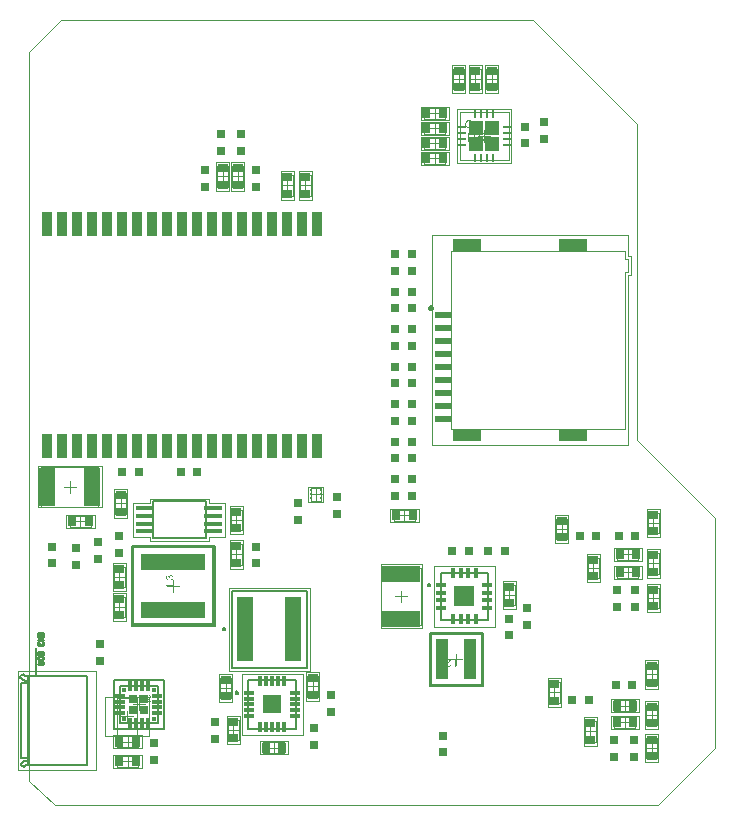
<source format=gtp>
%FSTAX23Y23*%
%MOIN*%
%SFA1B1*%

%IPPOS*%
%AMD29*
4,1,8,-0.011800,0.003000,-0.011800,-0.003000,-0.009800,-0.004900,0.009800,-0.004900,0.011800,-0.003000,0.011800,0.003000,0.009800,0.004900,-0.009800,0.004900,-0.011800,0.003000,0.0*
1,1,0.003937,-0.009800,0.003000*
1,1,0.003937,-0.009800,-0.003000*
1,1,0.003937,0.009800,-0.003000*
1,1,0.003937,0.009800,0.003000*
%
%AMD30*
4,1,8,0.003000,0.011800,-0.003000,0.011800,-0.004900,0.009800,-0.004900,-0.009800,-0.003000,-0.011800,0.003000,-0.011800,0.004900,-0.009800,0.004900,0.009800,0.003000,0.011800,0.0*
1,1,0.003937,0.003000,0.009800*
1,1,0.003937,-0.003000,0.009800*
1,1,0.003937,-0.003000,-0.009800*
1,1,0.003937,0.003000,-0.009800*
%
%AMD37*
4,1,8,0.015000,0.006300,-0.015000,0.006300,-0.016500,0.004700,-0.016500,-0.004700,-0.015000,-0.006300,0.015000,-0.006300,0.016500,-0.004700,0.016500,0.004700,0.015000,0.006300,0.0*
1,1,0.003150,0.015000,0.004700*
1,1,0.003150,-0.015000,0.004700*
1,1,0.003150,-0.015000,-0.004700*
1,1,0.003150,0.015000,-0.004700*
%
%AMD38*
4,1,8,-0.006300,0.015000,-0.006300,-0.015000,-0.004700,-0.016500,0.004700,-0.016500,0.006300,-0.015000,0.006300,0.015000,0.004700,0.016500,-0.004700,0.016500,-0.006300,0.015000,0.0*
1,1,0.003150,-0.004700,0.015000*
1,1,0.003150,-0.004700,-0.015000*
1,1,0.003150,0.004700,-0.015000*
1,1,0.003150,0.004700,0.015000*
%
%AMD41*
4,1,8,-0.026700,-0.008100,0.026700,-0.008100,0.030700,-0.004000,0.030700,0.004000,0.026700,0.008100,-0.026700,0.008100,-0.030700,0.004000,-0.030700,-0.004000,-0.026700,-0.008100,0.0*
1,1,0.008071,-0.026700,-0.004000*
1,1,0.008071,0.026700,-0.004000*
1,1,0.008071,0.026700,0.004000*
1,1,0.008071,-0.026700,0.004000*
%
%AMD43*
4,1,8,0.015600,0.005300,-0.015600,0.005300,-0.016900,0.004000,-0.016900,-0.004000,-0.015600,-0.005300,0.015600,-0.005300,0.016900,-0.004000,0.016900,0.004000,0.015600,0.005300,0.0*
1,1,0.002661,0.015600,0.004000*
1,1,0.002661,-0.015600,0.004000*
1,1,0.002661,-0.015600,-0.004000*
1,1,0.002661,0.015600,-0.004000*
%
%AMD44*
4,1,8,-0.005300,0.015600,-0.005300,-0.015600,-0.004000,-0.016900,0.004000,-0.016900,0.005300,-0.015600,0.005300,0.015600,0.004000,0.016900,-0.004000,0.016900,-0.005300,0.015600,0.0*
1,1,0.002661,-0.004000,0.015600*
1,1,0.002661,-0.004000,-0.015600*
1,1,0.002661,0.004000,-0.015600*
1,1,0.002661,0.004000,0.015600*
%
%ADD10C,0.009449*%
%ADD13C,0.007874*%
%ADD14C,0.005000*%
%ADD16C,0.004000*%
%ADD17C,0.003937*%
%ADD18C,0.010000*%
%ADD19C,0.001969*%
%ADD20R,0.045197X0.045197*%
%ADD21R,0.029527X0.029527*%
%ADD22R,0.055118X0.129921*%
%ADD23R,0.030000X0.030000*%
%ADD24R,0.035433X0.031496*%
%ADD25R,0.030000X0.030000*%
%ADD26R,0.031496X0.035433*%
%ADD27R,0.055118X0.024409*%
%ADD28R,0.094488X0.043307*%
G04~CAMADD=29~8~0.0~0.0~98.4~236.2~19.7~0.0~15~0.0~0.0~0.0~0.0~0~0.0~0.0~0.0~0.0~0~0.0~0.0~0.0~90.0~236.0~98.0*
%ADD29D29*%
G04~CAMADD=30~8~0.0~0.0~98.4~236.2~19.7~0.0~15~0.0~0.0~0.0~0.0~0~0.0~0.0~0.0~0.0~0~0.0~0.0~0.0~0.0~98.4~236.2*
%ADD30D30*%
%ADD31R,0.007874X0.007874*%
%ADD32R,0.035433X0.011811*%
%ADD33R,0.011811X0.035433*%
%ADD34R,0.011811X0.011811*%
%ADD35R,0.056299X0.216535*%
%ADD36R,0.129921X0.055118*%
G04~CAMADD=37~8~0.0~0.0~330.7~126.0~15.7~0.0~15~0.0~0.0~0.0~0.0~0~0.0~0.0~0.0~0.0~0~0.0~0.0~0.0~0.0~330.7~126.0*
%ADD37D37*%
G04~CAMADD=38~8~0.0~0.0~330.7~126.0~15.7~0.0~15~0.0~0.0~0.0~0.0~0~0.0~0.0~0.0~0.0~0~0.0~0.0~0.0~90.0~126.0~331.0*
%ADD38D38*%
%ADD39R,0.038583X0.133858*%
%ADD40R,0.216535X0.056299*%
G04~CAMADD=41~8~0.0~0.0~614.2~161.4~40.4~0.0~15~0.0~0.0~0.0~0.0~0~0.0~0.0~0.0~0.0~0~0.0~0.0~0.0~180.0~614.0~162.0*
%ADD41D41*%
%ADD42R,0.060630X0.060630*%
G04~CAMADD=43~8~0.0~0.0~338.6~106.3~13.3~0.0~15~0.0~0.0~0.0~0.0~0~0.0~0.0~0.0~0.0~0~0.0~0.0~0.0~0.0~338.6~106.3*
%ADD43D43*%
G04~CAMADD=44~8~0.0~0.0~338.6~106.3~13.3~0.0~15~0.0~0.0~0.0~0.0~0~0.0~0.0~0.0~0.0~0~0.0~0.0~0.0~90.0~106.0~338.0*
%ADD44D44*%
%ADD45R,0.035433X0.078740*%
%LNsolears_v1-1*%
%LPD*%
G36*
X01473Y01765D02*
X01473Y01765D01*
X01473Y01765*
X01474Y01765*
X01474Y01765*
X01475Y01764*
X01475Y01764*
X01476Y01764*
X01476Y01764*
X01477Y01763*
X01477Y01763*
X01478Y01763*
X01478Y01762*
X01478Y01762*
X01478Y01762*
X01478Y01762*
X01478Y01762*
X01478Y01762*
X01479Y01761*
X01479Y01761*
X01479Y0176*
X01479Y0176*
X01479Y01759*
X0148Y01759*
X0148Y01758*
X0148Y01758*
X0148Y01757*
X0148Y01756*
Y01756*
X0148Y01756*
X0148Y01756*
X0148Y01755*
X0148Y01755*
X0148Y01755*
X01479Y01754*
X01479Y01753*
X01479Y01752*
X01479Y01752*
X01478Y01751*
X01478Y01751*
X01478Y01751*
X01478Y01751*
X01478Y01751*
X01478Y01751*
X01477Y0175*
X01477Y0175*
X01477Y0175*
X01477Y0175*
X01476Y0175*
X01476Y01749*
X01475Y01749*
X01474Y01749*
X01473Y01749*
X01473Y01748*
X01472Y01752*
X01472*
X01473Y01752*
X01473Y01752*
X01473Y01752*
X01473Y01752*
X01473Y01752*
X01474Y01752*
X01475Y01752*
X01475Y01753*
X01476Y01753*
X01476Y01753*
X01476Y01753*
X01476Y01754*
X01477Y01754*
X01477Y01754*
X01477Y01755*
X01477Y01755*
X01477Y01756*
X01477Y01756*
Y01757*
X01477Y01757*
X01477Y01757*
X01477Y01758*
X01477Y01758*
X01477Y01759*
X01476Y0176*
X01476Y0176*
X01476Y0176*
X01476Y0176*
X01475Y01761*
X01475Y01761*
X01474Y01761*
X01474Y01761*
X01473Y01762*
X01472Y01762*
X01472*
X01472*
X01472*
X01472Y01762*
X01471Y01762*
X01471Y01761*
X0147Y01761*
X0147Y01761*
X01469Y01761*
X01469Y0176*
X01469Y0176*
X01468Y0176*
X01468Y0176*
X01468Y01759*
X01468Y01759*
X01467Y01758*
X01467Y01757*
X01467Y01757*
Y01756*
X01467Y01756*
X01467Y01756*
X01467Y01755*
X01467Y01755*
X01468Y01755*
X01465Y01755*
Y01755*
X01465Y01755*
Y01756*
X01465Y01756*
X01465Y01757*
X01465Y01757*
X01464Y01758*
X01464Y01758*
X01464Y01759*
Y01759*
X01464Y01759*
X01464Y01759*
X01463Y01759*
X01463Y0176*
X01463Y0176*
X01462Y0176*
X01461Y0176*
X01461Y01761*
X01461*
X01461*
X01461*
X0146*
X0146Y0176*
X0146Y0176*
X01459Y0176*
X01459Y0176*
X01458Y0176*
X01458Y01759*
X01458Y01759*
X01458Y01759*
X01458Y01759*
X01457Y01759*
X01457Y01758*
X01457Y01758*
X01457Y01757*
X01457Y01756*
Y01756*
X01457Y01756*
X01457Y01755*
X01457Y01755*
X01457Y01754*
X01458Y01754*
X01458Y01753*
X01458Y01753*
X01458Y01753*
X01458Y01753*
X01459Y01753*
X01459Y01753*
X0146Y01752*
X0146Y01752*
X01461Y01752*
X01461Y01749*
X01461*
X01461Y01749*
X0146Y01749*
X0146Y01749*
X0146Y01749*
X0146Y01749*
X01459Y01749*
X01458Y0175*
X01457Y0175*
X01457Y01751*
X01456Y01751*
X01456Y01751*
X01456Y01751*
X01456Y01752*
X01456Y01752*
X01456Y01752*
X01455Y01752*
X01455Y01752*
X01455Y01753*
X01455Y01753*
X01454Y01754*
X01454Y01755*
X01454Y01756*
Y01757*
X01454Y01757*
X01454Y01758*
X01454Y01758*
X01455Y01759*
X01455Y01759*
X01455Y0176*
Y0176*
X01455Y0176*
X01455Y0176*
X01455Y01761*
X01456Y01761*
X01456Y01762*
X01456Y01762*
X01457Y01762*
X01458Y01763*
X01458Y01763*
X01458Y01763*
X01458Y01763*
X01458Y01763*
X01459Y01763*
X0146Y01764*
X0146Y01764*
X01461Y01764*
X01461*
X01461*
X01461Y01764*
X01462Y01764*
X01462Y01763*
X01463Y01763*
X01463Y01763*
X01464Y01763*
X01464Y01763*
X01464Y01763*
X01464Y01762*
X01465Y01762*
X01465Y01762*
X01465Y01761*
X01466Y01761*
X01466Y0176*
Y0176*
X01466Y0176*
X01466Y0176*
X01466Y01761*
X01466Y01761*
X01466Y01761*
X01467Y01762*
X01467Y01763*
X01467Y01763*
X01468Y01764*
X01468Y01764*
X01468Y01764*
X01469Y01764*
X01469Y01764*
X0147Y01765*
X0147Y01765*
X01471Y01765*
X01472Y01765*
X01472*
X01472*
X01472*
X01473Y01765*
G37*
G36*
X0148Y0173D02*
X01454D01*
Y01733*
X01477*
Y01746*
X0148*
Y0173*
G37*
G36*
X02483Y01661D02*
X02416D01*
Y01728*
X02483*
Y01661*
G37*
G36*
X02423Y01459D02*
X02419D01*
Y01482*
X02407*
Y01485*
X02423*
Y01459*
G37*
G36*
X02405Y01484D02*
Y01484D01*
Y01484*
X02405Y01484*
X02405Y01483*
X02405Y01483*
X02405Y01483*
X02404Y01482*
Y01482*
X02404Y01482*
X02404Y01482*
X02404Y01482*
X02404Y01481*
X02404Y01481*
X02403Y0148*
X02403Y0148*
X02402Y01479*
Y01479*
X02402Y01479*
X02402Y01479*
X02402Y01478*
X02401Y01478*
X02401Y01477*
X024Y01477*
X02399Y01476*
X02398Y01475*
X02398Y01475*
X02398Y01475*
X02398Y01475*
X02398Y01475*
X02397Y01474*
X02397Y01474*
X02397Y01474*
X02396Y01473*
X02395Y01472*
X02394Y01472*
X02394Y01471*
X02393Y01471*
X02393Y0147*
X02393Y0147*
Y0147*
X02393Y0147*
X02393Y0147*
X02393Y0147*
X02392Y01469*
X02392Y01469*
X02392Y01468*
X02392Y01467*
X02391Y01467*
X02391Y01466*
Y01466*
Y01466*
X02391Y01466*
X02391Y01465*
X02392Y01465*
X02392Y01465*
X02392Y01464*
X02392Y01464*
X02393Y01463*
X02393Y01463*
X02393Y01463*
X02393Y01463*
X02394Y01462*
X02394Y01462*
X02395Y01462*
X02395Y01462*
X02396Y01462*
X02396*
X02396Y01462*
X02397Y01462*
X02397Y01462*
X02398Y01462*
X02399Y01462*
X02399Y01463*
X024Y01463*
X024Y01463*
X024Y01463*
X024Y01464*
X024Y01464*
X02401Y01465*
X02401Y01465*
X02401Y01466*
X02401Y01467*
X02404Y01466*
Y01466*
X02404Y01466*
Y01466*
X02404Y01466*
X02404Y01466*
X02404Y01465*
X02404Y01465*
X02404Y01464*
X02404Y01464*
X02403Y01463*
X02403Y01462*
X02403Y01462*
X02402Y01461*
X02402Y01461*
X02402Y01461*
X02402Y01461*
X02402Y01461*
X02401Y01461*
X02401Y01461*
X02401Y01461*
X02401Y0146*
X024Y0146*
X024Y0146*
X02399Y0146*
X02399Y0146*
X02398Y01459*
X02398Y01459*
X02397Y01459*
X02397Y01459*
X02396Y01459*
X02396*
X02395Y01459*
X02395Y01459*
X02395Y01459*
X02394Y01459*
X02394Y01459*
X02393Y0146*
X02392Y0146*
X02392Y0146*
X02391Y01461*
X02391Y01461*
X0239Y01461*
X0239Y01461*
X0239Y01461*
X0239Y01461*
X0239Y01462*
X0239Y01462*
X0239Y01462*
X02389Y01462*
X02389Y01463*
X02389Y01463*
X02388Y01464*
X02388Y01465*
X02388Y01465*
X02388Y01466*
X02388Y01466*
Y01466*
Y01466*
X02388Y01467*
X02388Y01467*
X02388Y01468*
X02388Y01468*
X02389Y01469*
X02389Y01469*
X02389Y01469*
X02389Y01469*
X02389Y0147*
X02389Y0147*
X0239Y01471*
X0239Y01471*
X0239Y01472*
X02391Y01472*
X02391Y01472*
X02391Y01473*
X02391Y01473*
X02392Y01473*
X02392Y01473*
X02392Y01473*
X02392Y01474*
X02393Y01474*
X02393Y01474*
X02393Y01475*
X02394Y01475*
X02394Y01476*
X02395Y01476*
X02396Y01477*
X02396Y01477*
X02396Y01477*
X02396Y01477*
X02396Y01477*
X02396Y01477*
X02397Y01477*
X02397Y01478*
X02398Y01478*
X02398Y01479*
X02399Y0148*
X02399Y0148*
X02399Y0148*
X02399Y0148*
X02399Y0148*
X024Y0148*
X024Y0148*
X024Y01481*
X024Y01481*
X02401Y01482*
X02388*
Y01485*
X02405*
Y01484*
G37*
G36*
X01384Y01353D02*
Y01353D01*
Y01352*
Y01352*
Y01352*
X01384Y01352*
Y01351*
X01384Y01351*
X01384Y0135*
X01384Y01349*
X01384Y01348*
X01384Y01347*
X01384Y01347*
X01383Y01346*
Y01346*
X01383Y01346*
X01383Y01346*
X01383Y01346*
X01383Y01346*
X01383Y01345*
X01382Y01345*
X01382Y01344*
X01381Y01343*
X0138Y01343*
X0138*
X0138Y01343*
X0138Y01343*
X0138Y01343*
X0138Y01343*
X01379Y01342*
X01379Y01342*
X01379Y01342*
X01378Y01342*
X01378Y01342*
X01377Y01342*
X01377Y01342*
X01376Y01342*
X01376Y01342*
X01374Y01341*
X01374*
X01374Y01342*
X01374*
X01373Y01342*
X01373Y01342*
X01372Y01342*
X01371Y01342*
X01371Y01342*
X0137Y01342*
X01369Y01343*
X01369*
X01369Y01343*
X01368Y01343*
X01368Y01343*
X01368Y01343*
X01367Y01344*
X01367Y01344*
X01366Y01345*
X01366Y01345*
X01365Y01346*
Y01346*
X01365Y01346*
X01365Y01346*
X01365Y01347*
X01365Y01347*
X01365Y01347*
X01365Y01347*
X01365Y01348*
X01365Y01348*
X01365Y01349*
X01365Y01349*
X01365Y0135*
X01365Y0135*
X01365Y01351*
X01365Y01352*
Y01353*
Y01367*
X01368*
Y01353*
Y01353*
Y01352*
Y01352*
Y01352*
X01368Y01352*
Y01351*
X01368Y01351*
X01368Y0135*
X01368Y01349*
X01368Y01348*
X01368Y01348*
X01368Y01348*
X01368Y01348*
X01369Y01347*
X01369Y01347*
X01369Y01347*
X01369Y01346*
X0137Y01346*
X0137Y01346*
X01371Y01345*
X01371Y01345*
X01371Y01345*
X01371Y01345*
X01372Y01345*
X01372Y01345*
X01373Y01345*
X01373Y01345*
X01374Y01344*
X01375*
X01375Y01345*
X01375*
X01375Y01345*
X01376Y01345*
X01377Y01345*
X01378Y01345*
X01379Y01346*
X01379Y01346*
X01379Y01346*
X01379Y01346*
X01379Y01346*
X0138Y01346*
X0138Y01346*
X0138Y01347*
X0138Y01347*
X0138Y01347*
X0138Y01348*
X0138Y01348*
X0138Y01348*
X01381Y01349*
X01381Y0135*
X01381Y0135*
X01381Y01351*
X01381Y01352*
Y01353*
Y01367*
X01384*
Y01353*
G37*
G36*
X01398Y01367D02*
X01398Y01367D01*
X01398Y01367*
X01399Y01367*
X01399Y01367*
X014Y01367*
X01401Y01366*
X01401Y01366*
X01402Y01366*
X01402Y01366*
X01403Y01365*
X01403Y01365*
X01403Y01365*
X01403Y01365*
X01403Y01365*
X01403Y01365*
X01403Y01364*
X01404Y01364*
X01404Y01364*
X01404Y01363*
X01405Y01362*
X01405Y01362*
X01405Y01361*
X01405Y01361*
X01405Y0136*
Y0136*
Y0136*
X01405Y0136*
X01405Y01359*
X01405Y01359*
X01405Y01358*
X01404Y01358*
X01404Y01357*
X01404Y01357*
X01404Y01357*
X01404Y01357*
X01404Y01356*
X01403Y01356*
X01403Y01355*
X01403Y01355*
X01402Y01354*
X01402Y01354*
X01402Y01354*
X01402Y01354*
X01401Y01353*
X01401Y01353*
X01401Y01353*
X01401Y01353*
X014Y01352*
X014Y01352*
X014Y01352*
X01399Y01351*
X01399Y01351*
X01398Y0135*
X01397Y0135*
X01397Y0135*
X01397Y0135*
X01397Y0135*
X01397Y01349*
X01397Y01349*
X01396Y01349*
X01396Y01348*
X01395Y01348*
X01395Y01347*
X01394Y01347*
X01394Y01347*
X01394Y01347*
X01394Y01346*
X01394Y01346*
X01393Y01346*
X01393Y01346*
X01393Y01346*
X01393Y01346*
X01392Y01345*
X01405*
Y01342*
X01388*
Y01342*
Y01342*
Y01342*
X01388Y01343*
X01388Y01343*
X01388Y01343*
X01388Y01344*
X01389Y01344*
Y01344*
X01389Y01344*
X01389Y01344*
X01389Y01345*
X01389Y01345*
X01389Y01346*
X0139Y01346*
X0139Y01347*
X01391Y01347*
Y01347*
X01391Y01347*
X01391Y01348*
X01391Y01348*
X01392Y01349*
X01392Y01349*
X01393Y0135*
X01394Y0135*
X01395Y01351*
X01395Y01351*
X01395Y01351*
X01395Y01352*
X01395Y01352*
X01396Y01352*
X01396Y01352*
X01396Y01353*
X01397Y01353*
X01398Y01354*
X01399Y01355*
X01399Y01355*
X014Y01356*
X014Y01356*
X014Y01357*
Y01357*
X014Y01357*
X014Y01357*
X014Y01357*
X01401Y01357*
X01401Y01358*
X01401Y01358*
X01401Y01359*
X01402Y0136*
X01402Y0136*
Y0136*
Y0136*
X01402Y01361*
X01402Y01361*
X01401Y01361*
X01401Y01362*
X01401Y01362*
X01401Y01363*
X014Y01363*
X014Y01363*
X014Y01364*
X014Y01364*
X01399Y01364*
X01399Y01364*
X01398Y01364*
X01398Y01365*
X01397Y01365*
X01397*
X01396Y01365*
X01396Y01365*
X01396Y01364*
X01395Y01364*
X01394Y01364*
X01394Y01364*
X01393Y01363*
X01393Y01363*
X01393Y01363*
X01393Y01363*
X01393Y01362*
X01392Y01362*
X01392Y01361*
X01392Y0136*
X01392Y0136*
X01389Y0136*
Y0136*
X01389Y0136*
Y0136*
X01389Y01361*
X01389Y01361*
X01389Y01361*
X01389Y01362*
X01389Y01362*
X01389Y01363*
X0139Y01364*
X0139Y01364*
X0139Y01365*
X01391Y01365*
X01391Y01365*
X01391Y01365*
X01391Y01365*
X01391Y01366*
X01392Y01366*
X01392Y01366*
X01392Y01366*
X01392Y01366*
X01393Y01366*
X01393Y01366*
X01394Y01367*
X01394Y01367*
X01395Y01367*
X01395Y01367*
X01396Y01367*
X01396Y01367*
X01397Y01367*
X01397*
X01398Y01367*
G37*
G54D10*
X02342Y02657D02*
D01*
X02342Y02657*
X02342Y02657*
X02342Y02658*
X02342Y02658*
X02342Y02658*
X02342Y02659*
X02342Y02659*
X02341Y02659*
X02341Y02659*
X02341Y0266*
X02341Y0266*
X02341Y0266*
X0234Y0266*
X0234Y02661*
X0234Y02661*
X02339Y02661*
X02339Y02661*
X02339Y02661*
X02339Y02661*
X02338Y02661*
X02338Y02661*
X02338Y02661*
X02337*
X02337Y02661*
X02337Y02661*
X02336Y02661*
X02336Y02661*
X02336Y02661*
X02335Y02661*
X02335Y02661*
X02335Y02661*
X02334Y0266*
X02334Y0266*
X02334Y0266*
X02334Y0266*
X02334Y02659*
X02333Y02659*
X02333Y02659*
X02333Y02659*
X02333Y02658*
X02333Y02658*
X02333Y02658*
X02333Y02657*
X02333Y02657*
X02333Y02657*
X02333Y02656*
X02333Y02656*
X02333Y02656*
X02333Y02655*
X02333Y02655*
X02333Y02655*
X02333Y02654*
X02333Y02654*
X02334Y02654*
X02334Y02654*
X02334Y02653*
X02334Y02653*
X02334Y02653*
X02335Y02653*
X02335Y02653*
X02335Y02652*
X02336Y02652*
X02336Y02652*
X02336Y02652*
X02337Y02652*
X02337Y02652*
X02337Y02652*
X02338*
X02338Y02652*
X02338Y02652*
X02339Y02652*
X02339Y02652*
X02339Y02652*
X02339Y02652*
X0234Y02653*
X0234Y02653*
X0234Y02653*
X02341Y02653*
X02341Y02653*
X02341Y02654*
X02341Y02654*
X02341Y02654*
X02342Y02654*
X02342Y02655*
X02342Y02655*
X02342Y02655*
X02342Y02656*
X02342Y02656*
X02342Y02656*
X02342Y02657*
G54D13*
X01302Y01397D02*
X01427D01*
Y01272D02*
Y01397D01*
X01302Y01272D02*
X01427D01*
X01302D02*
Y01397D01*
X02338Y014D02*
X02507D01*
X02338D02*
Y01569D01*
X02507*
Y014D02*
Y01569D01*
X01346Y01601D02*
Y01859D01*
X01613*
Y01601D02*
Y01859D01*
X01346Y01601D02*
X01613D01*
X01282Y01417D02*
X01447D01*
Y01252D02*
Y01417D01*
X01282Y01252D02*
X01447D01*
X01282D02*
Y01417D01*
X02334Y01396D02*
X02511D01*
X02334D02*
Y01573D01*
X02511*
Y01396D02*
Y01573D01*
X01342Y01597D02*
Y01863D01*
X01617*
Y01597D02*
Y01863D01*
X01342Y01597D02*
X01617D01*
X01282Y01417D02*
X01447D01*
Y01252D02*
Y01417D01*
X01282Y01252D02*
X01447D01*
X01282D02*
Y01417D01*
X02334Y01396D02*
X02511D01*
X02334D02*
Y01573D01*
X02511*
Y01396D02*
Y01573D01*
X01342Y01597D02*
Y01863D01*
X01617*
Y01597D02*
Y01863D01*
X01342Y01597D02*
X01617D01*
X01652Y01585D02*
D01*
X01652Y01585*
X01652Y01585*
X01652Y01585*
X01652Y01586*
X01652Y01586*
X01652Y01586*
X01651Y01586*
X01651Y01587*
X01651Y01587*
X01651Y01587*
X01651Y01587*
X01651Y01587*
X0165Y01588*
X0165Y01588*
X0165Y01588*
X0165Y01588*
X01649Y01588*
X01649Y01588*
X01649Y01588*
X01649Y01588*
X01648Y01588*
X01648Y01588*
X01648*
X01648Y01588*
X01647Y01588*
X01647Y01588*
X01647Y01588*
X01646Y01588*
X01646Y01588*
X01646Y01588*
X01646Y01588*
X01646Y01588*
X01645Y01587*
X01645Y01587*
X01645Y01587*
X01645Y01587*
X01645Y01587*
X01644Y01586*
X01644Y01586*
X01644Y01586*
X01644Y01586*
X01644Y01585*
X01644Y01585*
X01644Y01585*
X01644Y01585*
X01644Y01584*
X01644Y01584*
X01644Y01584*
X01644Y01583*
X01644Y01583*
X01644Y01583*
X01644Y01583*
X01645Y01582*
X01645Y01582*
X01645Y01582*
X01645Y01582*
X01645Y01582*
X01646Y01581*
X01646Y01581*
X01646Y01581*
X01646Y01581*
X01646Y01581*
X01647Y01581*
X01647Y01581*
X01647Y01581*
X01648Y01581*
X01648Y01581*
X01648*
X01648Y01581*
X01649Y01581*
X01649Y01581*
X01649Y01581*
X01649Y01581*
X0165Y01581*
X0165Y01581*
X0165Y01581*
X0165Y01581*
X01651Y01582*
X01651Y01582*
X01651Y01582*
X01651Y01582*
X01651Y01582*
X01651Y01583*
X01652Y01583*
X01652Y01583*
X01652Y01583*
X01652Y01584*
X01652Y01584*
X01652Y01584*
X01652Y01585*
X02336Y01733D02*
D01*
X02336Y01733*
X02336Y01733*
X02336Y01734*
X02336Y01734*
X02336Y01734*
X02336Y01734*
X02336Y01735*
X02336Y01735*
X02336Y01735*
X02335Y01735*
X02335Y01736*
X02335Y01736*
X02335Y01736*
X02335Y01736*
X02334Y01736*
X02334Y01736*
X02334Y01737*
X02334Y01737*
X02333Y01737*
X02333Y01737*
X02333Y01737*
X02333Y01737*
X02332*
X02332Y01737*
X02332Y01737*
X02331Y01737*
X02331Y01737*
X02331Y01737*
X02331Y01736*
X0233Y01736*
X0233Y01736*
X0233Y01736*
X0233Y01736*
X0233Y01736*
X02329Y01735*
X02329Y01735*
X02329Y01735*
X02329Y01735*
X02329Y01734*
X02329Y01734*
X02329Y01734*
X02329Y01734*
X02328Y01733*
X02328Y01733*
X02328Y01733*
X02328Y01733*
X02328Y01732*
X02329Y01732*
X02329Y01732*
X02329Y01732*
X02329Y01731*
X02329Y01731*
X02329Y01731*
X02329Y01731*
X02329Y0173*
X0233Y0173*
X0233Y0173*
X0233Y0173*
X0233Y0173*
X0233Y01729*
X02331Y01729*
X02331Y01729*
X02331Y01729*
X02331Y01729*
X02332Y01729*
X02332Y01729*
X02332Y01729*
X02333*
X02333Y01729*
X02333Y01729*
X02333Y01729*
X02334Y01729*
X02334Y01729*
X02334Y01729*
X02334Y01729*
X02335Y0173*
X02335Y0173*
X02335Y0173*
X02335Y0173*
X02335Y0173*
X02336Y01731*
X02336Y01731*
X02336Y01731*
X02336Y01731*
X02336Y01732*
X02336Y01732*
X02336Y01732*
X02336Y01732*
X02336Y01733*
X02336Y01733*
X01696Y01374D02*
D01*
X01696Y01374*
X01695Y01374*
X01695Y01375*
X01695Y01375*
X01695Y01375*
X01695Y01375*
X01695Y01376*
X01695Y01376*
X01695Y01376*
X01695Y01376*
X01694Y01377*
X01694Y01377*
X01694Y01377*
X01694Y01377*
X01694Y01377*
X01693Y01377*
X01693Y01378*
X01693Y01378*
X01693Y01378*
X01692Y01378*
X01692Y01378*
X01692Y01378*
X01691*
X01691Y01378*
X01691Y01378*
X01691Y01378*
X0169Y01378*
X0169Y01378*
X0169Y01377*
X0169Y01377*
X01689Y01377*
X01689Y01377*
X01689Y01377*
X01689Y01377*
X01689Y01376*
X01688Y01376*
X01688Y01376*
X01688Y01376*
X01688Y01375*
X01688Y01375*
X01688Y01375*
X01688Y01375*
X01688Y01374*
X01688Y01374*
X01688Y01374*
X01688Y01374*
X01688Y01373*
X01688Y01373*
X01688Y01373*
X01688Y01373*
X01688Y01372*
X01688Y01372*
X01688Y01372*
X01688Y01372*
X01689Y01371*
X01689Y01371*
X01689Y01371*
X01689Y01371*
X01689Y01371*
X0169Y0137*
X0169Y0137*
X0169Y0137*
X0169Y0137*
X01691Y0137*
X01691Y0137*
X01691Y0137*
X01691Y0137*
X01692*
X01692Y0137*
X01692Y0137*
X01693Y0137*
X01693Y0137*
X01693Y0137*
X01693Y0137*
X01694Y0137*
X01694Y01371*
X01694Y01371*
X01694Y01371*
X01694Y01371*
X01695Y01371*
X01695Y01372*
X01695Y01372*
X01695Y01372*
X01695Y01372*
X01695Y01373*
X01695Y01373*
X01695Y01373*
X01695Y01373*
X01696Y01374*
X01696Y01374*
G54D14*
X00997Y01131D02*
D01*
X00996Y01131*
X00995Y01132*
X00994Y01132*
X00993Y01132*
X00993Y01132*
X00992Y01132*
X00991Y01132*
X0099Y01132*
X00989Y01132*
X00989Y01132*
X00988Y01132*
X00987Y01132*
X00986Y01131*
X00986Y01131*
X00985Y0113*
X00984Y0113*
X00984Y01129*
X00983Y01129*
X00982Y01128*
X00982Y01128*
X00981Y01127*
X00981Y01126*
X00981Y01126*
X00993Y01147D02*
D01*
X00991Y01147*
X0099Y01147*
X00989Y01147*
X00988Y01147*
X00986Y01147*
X00985Y01147*
X00984Y01147*
X00983Y01146*
X00982Y01146*
X0098Y01145*
X00979Y01145*
X00978Y01144*
X00977Y01143*
X00976Y01142*
X00975Y01141*
X00975Y01141*
X00974Y0114*
X00973Y01138*
X00972Y01137*
X00972Y01136*
X00971Y01135*
X00971Y01134*
X00971Y01133*
X00981Y01435D02*
D01*
X00981Y01435*
X00982Y01434*
X00982Y01433*
X00983Y01433*
X00983Y01432*
X00984Y01432*
X00984Y01431*
X00985Y01431*
X00986Y0143*
X00987Y0143*
X00987Y0143*
X00988Y01429*
X00989Y01429*
X0099Y01429*
X00991Y01429*
X00991Y01429*
X00992Y01429*
X00993Y01429*
X00994Y01429*
X00995Y0143*
X00995Y0143*
X00996Y0143*
X00997Y0143*
X00969Y01428D02*
D01*
X00969Y01427*
X0097Y01426*
X0097Y01424*
X00971Y01423*
X00972Y01422*
X00973Y01421*
X00974Y0142*
X00974Y01419*
X00975Y01418*
X00977Y01417*
X00978Y01417*
X00979Y01416*
X0098Y01415*
X00981Y01415*
X00983Y01415*
X00984Y01414*
X00985Y01414*
X00987Y01414*
X00988Y01414*
X00989Y01414*
X00991Y01414*
X00992Y01414*
X00993Y01415*
X01193Y01131D02*
Y0143D01*
X01022D02*
X01193D01*
X00995D02*
X01022D01*
X00995Y01131D02*
Y0143D01*
Y01131D02*
X00997D01*
X01193*
X00971Y01133D02*
X00981Y01126D01*
X00971Y01155D02*
X00993D01*
X00971D02*
Y01407D01*
X00993*
X00969Y01428D02*
X00981Y01435D01*
X01022Y0143D02*
Y01523D01*
X01674Y01714D02*
X01925D01*
Y01455D02*
Y01714D01*
X01674Y01455D02*
X01925D01*
X01674D02*
Y01714D01*
X02371Y01616D02*
Y01773D01*
X02528Y01616D02*
Y01773D01*
X02371D02*
X02528D01*
X02371Y01616D02*
X02528D01*
X01411Y02011D02*
X01588D01*
Y01888D02*
Y02011D01*
X01411Y01888D02*
X01588D01*
X01411D02*
Y02011D01*
X01729Y01254D02*
Y01415D01*
X0189Y01254D02*
Y01415D01*
X01729D02*
X0189D01*
X01729Y01254D02*
X0189D01*
G54D16*
X02461Y0324D02*
Y03215D01*
X02466Y0321*
X02476*
X02481Y03215*
Y0324*
X02511D02*
X02501Y03235D01*
X02491Y03225*
Y03215*
X02496Y0321*
X02506*
X02511Y03215*
Y0322*
X02506Y03225*
X02491*
G54D17*
X01Y0108D02*
Y0351D01*
X01105Y03615*
X0268*
X0291Y03385*
X0299Y03305*
X03025Y0327*
Y02215D02*
Y0327D01*
Y02215D02*
X03285Y01955D01*
Y0119D02*
Y01955D01*
X03095Y01D02*
X03285Y0119D01*
X01085Y01D02*
X03095D01*
X01Y0108D02*
X01085Y01D01*
X02476Y0327D02*
D01*
X02476Y0327*
X02476Y03271*
X02476Y03272*
X02475Y03273*
X02475Y03274*
X02475Y03274*
X02474Y03275*
X02474Y03276*
X02474Y03276*
X02473Y03277*
X02473Y03278*
X02472Y03278*
X02471Y03279*
X02471Y03279*
X0247Y0328*
X02469Y0328*
X02468Y0328*
X02468Y03281*
X02467Y03281*
X02466Y03281*
X02465Y03281*
X02464Y03281*
X02464*
X02463Y03281*
X02462Y03281*
X02461Y03281*
X0246Y03281*
X0246Y0328*
X02459Y0328*
X02458Y0328*
X02457Y03279*
X02457Y03279*
X02456Y03278*
X02456Y03278*
X02455Y03277*
X02454Y03276*
X02454Y03276*
X02454Y03275*
X02453Y03274*
X02453Y03274*
X02453Y03273*
X02452Y03272*
X02452Y03271*
X02452Y0327*
X02452Y0327*
X02452Y03269*
X02452Y03268*
X02452Y03267*
X02453Y03266*
X02453Y03265*
X02453Y03265*
X02454Y03264*
X02454Y03263*
X02454Y03263*
X02455Y03262*
X02456Y03261*
X02456Y03261*
X02457Y0326*
X02457Y0326*
X02458Y03259*
X02459Y03259*
X0246Y03259*
X0246Y03258*
X02461Y03258*
X02462Y03258*
X02463Y03258*
X02464Y03258*
X02464*
X02465Y03258*
X02466Y03258*
X02467Y03258*
X02468Y03258*
X02468Y03259*
X02469Y03259*
X0247Y03259*
X02471Y0326*
X02471Y0326*
X02472Y03261*
X02473Y03261*
X02473Y03262*
X02474Y03263*
X02474Y03263*
X02474Y03264*
X02475Y03265*
X02475Y03265*
X02475Y03266*
X02476Y03267*
X02476Y03268*
X02476Y03269*
X02476Y0327*
X0104Y02126D02*
X01229D01*
X0104Y01993D02*
X01229D01*
X0104D02*
Y02126D01*
X01229Y01993D02*
Y02126D01*
X02861Y01824D02*
X02898D01*
X02861Y01755D02*
X02898D01*
Y01824*
X02861Y01755D02*
Y01824D01*
X02215Y01946D02*
Y01983D01*
X02284Y01946D02*
Y01983D01*
X02215D02*
X02284D01*
X02215Y01946D02*
X02284D01*
X03061Y01724D02*
X03098D01*
X03061Y01655D02*
X03098D01*
Y01724*
X03061Y01655D02*
Y01724D01*
Y01839D02*
X03098D01*
X03061Y0177D02*
X03098D01*
Y01839*
X03061Y0177D02*
Y01839D01*
Y01974D02*
X03098D01*
X03061Y01905D02*
X03098D01*
Y01974*
X03061Y01905D02*
Y01974D01*
X02756Y01954D02*
X02793D01*
X02756Y01885D02*
X02793D01*
Y01954*
X02756Y01885D02*
Y01954D01*
X0296Y01756D02*
Y01793D01*
X03029Y01756D02*
Y01793D01*
X0296D02*
X03029D01*
X0296Y01756D02*
X03029D01*
X0296Y01816D02*
Y01853D01*
X03029Y01816D02*
Y01853D01*
X0296D02*
X03029D01*
X0296Y01816D02*
X03029D01*
X02851Y01279D02*
X02888D01*
X02851Y0121D02*
X02888D01*
Y01279*
X02851Y0121D02*
Y01279D01*
X03056Y01469D02*
X03093D01*
X03056Y014D02*
X03093D01*
Y01469*
X03056Y014D02*
Y01469D01*
X02731Y01409D02*
X02768D01*
X02731Y0134D02*
X02768D01*
Y01409*
X02731Y0134D02*
Y01409D01*
X0295Y01256D02*
Y01293D01*
X03019Y01256D02*
Y01293D01*
X0295D02*
X03019D01*
X0295Y01256D02*
X03019D01*
X0295Y01311D02*
Y01348D01*
X03019Y01311D02*
Y01348D01*
X0295D02*
X03019D01*
X0295Y01311D02*
X03019D01*
X03056Y01334D02*
X03093D01*
X03056Y01265D02*
X03093D01*
Y01334*
X03056Y01265D02*
Y01334D01*
Y01224D02*
X03093D01*
X03056Y01155D02*
X03093D01*
Y01224*
X03056Y01155D02*
Y01224D01*
X01204Y01926D02*
Y01963D01*
X01135Y01926D02*
Y01963D01*
Y01926D02*
X01204D01*
X01135Y01963D02*
X01204D01*
X01676Y03129D02*
X01713D01*
X01676Y0306D02*
X01713D01*
Y03129*
X01676Y0306D02*
Y03129D01*
X01626D02*
X01663D01*
X01626Y0306D02*
X01663D01*
Y03129*
X01626Y0306D02*
Y03129D01*
X01901Y03099D02*
X01938D01*
X01901Y0303D02*
X01938D01*
Y03099*
X01901Y0303D02*
Y03099D01*
X01841D02*
X01878D01*
X01841Y0303D02*
X01878D01*
Y03099*
X01841Y0303D02*
Y03099D01*
X02986Y02253D02*
Y02775D01*
X02405Y02253D02*
X02986D01*
X02405D02*
Y02846D01*
X02986Y02775D02*
X02996D01*
Y02818*
X02986D02*
X02996D01*
X02986D02*
Y02846D01*
X02405D02*
X02986D01*
X02435Y03149D02*
Y0331D01*
X02597Y03149D02*
Y0331D01*
X02435D02*
X02597D01*
X02435Y03149D02*
X02597D01*
X02385Y03236D02*
Y03273D01*
X02316Y03236D02*
Y03273D01*
Y03236D02*
X02385D01*
X02316Y03273D02*
X02385D01*
Y03286D02*
Y03323D01*
X02316Y03286D02*
Y03323D01*
Y03286D02*
X02385D01*
X02316Y03323D02*
X02385D01*
Y03186D02*
Y03223D01*
X02316Y03186D02*
Y03223D01*
Y03186D02*
X02385D01*
X02316Y03223D02*
X02385D01*
Y03136D02*
Y03173D01*
X02316Y03136D02*
Y03173D01*
Y03136D02*
X02385D01*
X02316Y03173D02*
X02385D01*
X02412Y03454D02*
X0245D01*
X02412Y03385D02*
X0245D01*
Y03454*
X02412Y03385D02*
Y03454D01*
X02522D02*
X0256D01*
X02522Y03385D02*
X0256D01*
Y03454*
X02522Y03385D02*
Y03454D01*
X02467D02*
X02505D01*
X02467Y03385D02*
X02505D01*
Y03454*
X02467Y03385D02*
Y03454D01*
X01971Y02014D02*
Y02055D01*
X01938Y02014D02*
Y02055D01*
Y02014D02*
X01971D01*
X01938Y02055D02*
X01971D01*
X01291Y01356D02*
X01358D01*
X01291Y01233D02*
X01358D01*
Y01356*
X01291Y01233D02*
Y01356D01*
X01293Y01191D02*
Y01228D01*
X01362Y01191D02*
Y01228D01*
X01293D02*
X01362D01*
X01293Y01191D02*
X01362D01*
X01293Y01126D02*
Y01163D01*
X01362Y01126D02*
Y01163D01*
X01293D02*
X01362D01*
X01293Y01126D02*
X01362D01*
X02306Y016D02*
Y01789D01*
X02173Y016D02*
Y01789D01*
X02306*
X02173Y016D02*
X02306D01*
X01281Y01625D02*
X01318D01*
X01281Y01694D02*
X01318D01*
X01281Y01625D02*
Y01694D01*
X01318Y01625D02*
Y01694D01*
X01281Y01725D02*
X01318D01*
X01281Y01794D02*
X01318D01*
X01281Y01725D02*
Y01794D01*
X01318Y01725D02*
Y01794D01*
X01671Y01915D02*
X01708D01*
X01671Y01984D02*
X01708D01*
X01671Y01915D02*
Y01984D01*
X01708Y01915D02*
Y01984D01*
X01671Y018D02*
X01708D01*
X01671Y01869D02*
X01708D01*
X01671Y018D02*
Y01869D01*
X01708Y018D02*
Y01869D01*
X01286Y0197D02*
X01323D01*
X01286Y02039D02*
X01323D01*
X01286Y0197D02*
Y02039D01*
X01323Y0197D02*
Y02039D01*
X01926Y01429D02*
X01963D01*
X01926Y0136D02*
X01963D01*
Y01429*
X01926Y0136D02*
Y01429D01*
X01661Y01215D02*
X01698D01*
X01661Y01284D02*
X01698D01*
X01661Y01215D02*
Y01284D01*
X01698Y01215D02*
Y01284D01*
X01636Y01424D02*
X01673D01*
X01636Y01355D02*
X01673D01*
Y01424*
X01636Y01355D02*
Y01424D01*
X01849Y01171D02*
Y01208D01*
X0178Y01171D02*
Y01208D01*
Y01171D02*
X01849D01*
X0178Y01208D02*
X01849D01*
X02581Y01734D02*
X02618D01*
X02581Y01665D02*
X02618D01*
Y01734*
X02581Y01665D02*
Y01734D01*
X01135Y0204D02*
Y02079D01*
X01115Y0206D02*
X01154D01*
X01028Y02128D02*
X01241D01*
X01028Y01991D02*
X01241D01*
X01028D02*
Y02128D01*
X01241Y01991D02*
Y02128D01*
X02858Y01837D02*
X02901D01*
X02858Y01742D02*
X02901D01*
Y01837*
X02858Y01742D02*
Y01837D01*
X0288Y01771D02*
Y01808D01*
X02861Y0179D02*
X02898D01*
X02202Y01943D02*
Y01986D01*
X02297Y01943D02*
Y01986D01*
X02202D02*
X02297D01*
X02202Y01943D02*
X02297D01*
X02231Y01965D02*
X02268D01*
X0225Y01946D02*
Y01983D01*
X03058Y01737D02*
X03101D01*
X03058Y01642D02*
X03101D01*
Y01737*
X03058Y01642D02*
Y01737D01*
X0308Y01671D02*
Y01708D01*
X03061Y0169D02*
X03098D01*
X03058Y01852D02*
X03101D01*
X03058Y01757D02*
X03101D01*
Y01852*
X03058Y01757D02*
Y01852D01*
X0308Y01786D02*
Y01823D01*
X03061Y01805D02*
X03098D01*
X03058Y01987D02*
X03101D01*
X03058Y01892D02*
X03101D01*
Y01987*
X03058Y01892D02*
Y01987D01*
X0308Y01921D02*
Y01958D01*
X03061Y0194D02*
X03098D01*
X02753Y01967D02*
X02796D01*
X02753Y01872D02*
X02796D01*
Y01967*
X02753Y01872D02*
Y01967D01*
X02775Y01901D02*
Y01938D01*
X02756Y0192D02*
X02793D01*
X02947Y01753D02*
Y01796D01*
X03042Y01753D02*
Y01796D01*
X02947D02*
X03042D01*
X02947Y01753D02*
X03042D01*
X02976Y01775D02*
X03013D01*
X02995Y01756D02*
Y01793D01*
X02947Y01813D02*
Y01856D01*
X03042Y01813D02*
Y01856D01*
X02947D02*
X03042D01*
X02947Y01813D02*
X03042D01*
X02976Y01835D02*
X03013D01*
X02995Y01816D02*
Y01853D01*
X02848Y01292D02*
X02891D01*
X02848Y01197D02*
X02891D01*
Y01292*
X02848Y01197D02*
Y01292D01*
X0287Y01226D02*
Y01263D01*
X02851Y01245D02*
X02888D01*
X03053Y01482D02*
X03096D01*
X03053Y01387D02*
X03096D01*
Y01482*
X03053Y01387D02*
Y01482D01*
X03075Y01416D02*
Y01453D01*
X03056Y01435D02*
X03093D01*
X02728Y01422D02*
X02771D01*
X02728Y01327D02*
X02771D01*
Y01422*
X02728Y01327D02*
Y01422D01*
X0275Y01356D02*
Y01393D01*
X02731Y01375D02*
X02768D01*
X02937Y01253D02*
Y01296D01*
X03032Y01253D02*
Y01296D01*
X02937D02*
X03032D01*
X02937Y01253D02*
X03032D01*
X02966Y01275D02*
X03003D01*
X02985Y01256D02*
Y01293D01*
X02937Y01308D02*
Y01351D01*
X03032Y01308D02*
Y01351D01*
X02937D02*
X03032D01*
X02937Y01308D02*
X03032D01*
X02966Y0133D02*
X03003D01*
X02985Y01311D02*
Y01348D01*
X03053Y01347D02*
X03096D01*
X03053Y01252D02*
X03096D01*
Y01347*
X03053Y01252D02*
Y01347D01*
X03075Y01281D02*
Y01318D01*
X03056Y013D02*
X03093D01*
X03053Y01237D02*
X03096D01*
X03053Y01142D02*
X03096D01*
Y01237*
X03053Y01142D02*
Y01237D01*
X03075Y01171D02*
Y01208D01*
X03056Y0119D02*
X03093D01*
X01217Y01923D02*
Y01966D01*
X01122Y01923D02*
Y01966D01*
Y01923D02*
X01217D01*
X01122Y01966D02*
X01217D01*
X01151Y01945D02*
X01188D01*
X0117Y01926D02*
Y01963D01*
X01673Y03142D02*
X01716D01*
X01673Y03047D02*
X01716D01*
Y03142*
X01673Y03047D02*
Y03142D01*
X01695Y03076D02*
Y03113D01*
X01676Y03095D02*
X01713D01*
X01623Y03142D02*
X01666D01*
X01623Y03047D02*
X01666D01*
Y03142*
X01623Y03047D02*
Y03142D01*
X01645Y03076D02*
Y03113D01*
X01626Y03095D02*
X01663D01*
X01898Y03112D02*
X01941D01*
X01898Y03017D02*
X01941D01*
Y03112*
X01898Y03017D02*
Y03112D01*
X0192Y03046D02*
Y03083D01*
X01901Y03065D02*
X01938D01*
X01838Y03112D02*
X01881D01*
X01838Y03017D02*
X01881D01*
Y03112*
X01838Y03017D02*
Y03112D01*
X0186Y03046D02*
Y03083D01*
X01841Y03065D02*
X01878D01*
X02496Y0323D02*
X02536D01*
X02516Y0321D02*
Y03249D01*
X02398Y03233D02*
Y03276D01*
X02304Y03233D02*
Y03276D01*
Y03233D02*
X02398D01*
X02304Y03276D02*
X02398D01*
X02332Y03255D02*
X0237D01*
X02351Y03236D02*
Y03273D01*
X02398Y03283D02*
Y03326D01*
X02304Y03283D02*
Y03326D01*
Y03283D02*
X02398D01*
X02304Y03326D02*
X02398D01*
X02332Y03305D02*
X0237D01*
X02351Y03286D02*
Y03323D01*
X02398Y03183D02*
Y03226D01*
X02304Y03183D02*
Y03226D01*
Y03183D02*
X02398D01*
X02304Y03226D02*
X02398D01*
X02332Y03205D02*
X0237D01*
X02351Y03186D02*
Y03223D01*
X02398Y03133D02*
Y03176D01*
X02304Y03133D02*
Y03176D01*
Y03133D02*
X02398D01*
X02304Y03176D02*
X02398D01*
X02332Y03155D02*
X0237D01*
X02351Y03136D02*
Y03173D01*
X02409Y03467D02*
X02452D01*
X02409Y03372D02*
X02452D01*
Y03467*
X02409Y03372D02*
Y03467D01*
X02431Y03401D02*
Y03438D01*
X02412Y0342D02*
X0245D01*
X02519Y03467D02*
X02562D01*
X02519Y03372D02*
X02562D01*
Y03467*
X02519Y03372D02*
Y03467D01*
X02541Y03401D02*
Y03438D01*
X02522Y0342D02*
X0256D01*
X02464Y03467D02*
X02507D01*
X02464Y03372D02*
X02507D01*
Y03467*
X02464Y03372D02*
Y03467D01*
X02486Y03401D02*
Y03438D01*
X02467Y0342D02*
X02505D01*
X01935Y02035D02*
X01974D01*
X01955Y02015D02*
Y02054D01*
X01325Y01275D02*
Y01314D01*
X01305Y01295D02*
X01344D01*
X0128Y01188D02*
Y01231D01*
X01374Y01188D02*
Y01231D01*
X0128D02*
X01374D01*
X0128Y01188D02*
X01374D01*
X01308Y0121D02*
X01346D01*
X01327Y01191D02*
Y01228D01*
X0128Y01123D02*
Y01166D01*
X01374Y01123D02*
Y01166D01*
X0128D02*
X01374D01*
X0128Y01123D02*
X01374D01*
X01308Y01145D02*
X01346D01*
X01327Y01126D02*
Y01163D01*
X0222Y01695D02*
X02259D01*
X0224Y01675D02*
Y01714D01*
X02308Y01588D02*
Y01801D01*
X02171Y01588D02*
Y01801D01*
X02308*
X02171Y01588D02*
X02308D01*
X01278Y01612D02*
X01321D01*
X01278Y01707D02*
X01321D01*
X01278Y01612D02*
Y01707D01*
X01321Y01612D02*
Y01707D01*
X013Y01641D02*
Y01678D01*
X01281Y0166D02*
X01318D01*
X01278Y01712D02*
X01321D01*
X01278Y01807D02*
X01321D01*
X01278Y01712D02*
Y01807D01*
X01321Y01712D02*
Y01807D01*
X013Y01741D02*
Y01778D01*
X01281Y0176D02*
X01318D01*
X01668Y01902D02*
X01711D01*
X01668Y01997D02*
X01711D01*
X01668Y01902D02*
Y01997D01*
X01711Y01902D02*
Y01997D01*
X0169Y01931D02*
Y01968D01*
X01671Y0195D02*
X01708D01*
X01668Y01787D02*
X01711D01*
X01668Y01882D02*
X01711D01*
X01668Y01787D02*
Y01882D01*
X01711Y01787D02*
Y01882D01*
X0169Y01816D02*
Y01853D01*
X01671Y01835D02*
X01708D01*
X01283Y01957D02*
X01326D01*
X01283Y02052D02*
X01326D01*
X01283Y01957D02*
Y02052D01*
X01326Y01957D02*
Y02052D01*
X01305Y01986D02*
Y02023D01*
X01286Y02005D02*
X01323D01*
X01923Y01442D02*
X01966D01*
X01923Y01347D02*
X01966D01*
Y01442*
X01923Y01347D02*
Y01442D01*
X01945Y01376D02*
Y01413D01*
X01926Y01395D02*
X01963D01*
X01658Y01202D02*
X01701D01*
X01658Y01297D02*
X01701D01*
X01658Y01202D02*
Y01297D01*
X01701Y01202D02*
Y01297D01*
X0168Y01231D02*
Y01268D01*
X01661Y0125D02*
X01698D01*
X01633Y01437D02*
X01676D01*
X01633Y01342D02*
X01676D01*
Y01437*
X01633Y01342D02*
Y01437D01*
X01655Y01371D02*
Y01408D01*
X01636Y0139D02*
X01673D01*
X01862Y01168D02*
Y01211D01*
X01767Y01168D02*
Y01211D01*
Y01168D02*
X01862D01*
X01767Y01211D02*
X01862D01*
X01796Y0119D02*
X01833D01*
X01815Y01171D02*
Y01208D01*
X02578Y01747D02*
X02621D01*
X02578Y01652D02*
X02621D01*
Y01747*
X02578Y01652D02*
Y01747D01*
X026Y01681D02*
Y01718D01*
X02581Y017D02*
X02618D01*
X01345Y01335D02*
X01384D01*
X01365Y01315D02*
Y01354D01*
X02403Y01485D02*
X02443D01*
X02423Y01465D02*
Y01504D01*
X0148Y0171D02*
Y0175D01*
X0146Y0173D02*
X01499D01*
G54D18*
X01028Y01468D02*
X01044D01*
Y01476*
X01041Y01478*
X01036*
X01033Y01476*
Y01468*
X01041Y01494D02*
X01044Y01492D01*
Y01486*
X01041Y01484*
X01031*
X01028Y01486*
Y01492*
X01031Y01494*
X01044Y015D02*
X01028D01*
Y01508*
X01031Y0151*
X01033*
X01036Y01508*
Y015*
Y01508*
X01039Y0151*
X01041*
X01044Y01508*
Y015*
Y01542D02*
Y01532D01*
X01028*
Y01542*
X01036Y01532D02*
Y01537D01*
X01028Y01548D02*
X01044D01*
X01028Y01558*
X01044*
Y01564D02*
X01028D01*
Y01572*
X01031Y01574*
X01041*
X01044Y01572*
Y01564*
G54D19*
X02342Y022D02*
Y02899D01*
X02996*
X02342Y022D02*
X02996D01*
Y02765*
X03006*
Y02828*
X02996D02*
X03006D01*
X02996D02*
Y02899D01*
X02425Y03139D02*
Y0332D01*
Y03139D02*
X02606D01*
Y0332*
X02425D02*
X02606D01*
X0198Y02009D02*
Y0206D01*
X01929Y02009D02*
Y0206D01*
Y02009D02*
X0198D01*
X01929Y0206D02*
X0198D01*
X01252Y01359D02*
X01397D01*
X01252Y0123D02*
X01397D01*
Y01359*
X01252Y0123D02*
Y01359D01*
X00961Y01115D02*
X01221D01*
X00961D02*
Y01446D01*
X01221*
Y01115D02*
Y01446D01*
X01664Y01446D02*
Y01723D01*
Y01446D02*
X01935D01*
Y01723*
X01664D02*
X01935D01*
X02552Y01592D02*
Y01797D01*
X02347Y01592D02*
Y01797D01*
X02552*
X02347Y01592D02*
X02552D01*
X01346Y01893D02*
Y02006D01*
Y01893D02*
X01401D01*
Y01879D02*
Y01893D01*
Y01879D02*
X01598D01*
Y01893*
X01653*
Y02006*
X01598D02*
X01653D01*
X01598D02*
Y0202D01*
X01401D02*
X01598D01*
X01401Y02006D02*
Y0202D01*
X01346Y02006D02*
X01401D01*
X01912Y01232D02*
Y01437D01*
X01707Y01232D02*
Y01437D01*
X01912*
X01707Y01232D02*
X01912D01*
G54D20*
X02542Y03203D03*
X02489D03*
Y03256D03*
X02542D03*
G54D21*
X01346Y01353D03*
X01383D03*
X01346Y01316D03*
X01383D03*
G54D22*
X0106Y0206D03*
X01209D03*
G54D23*
X026Y0162D03*
Y01565D03*
X01705Y0318D03*
Y03235D03*
X03015Y01215D03*
Y0116D03*
X0295Y01215D03*
Y0116D03*
X0302Y01715D03*
Y0166D03*
X0296Y01715D03*
Y0166D03*
X01755Y03115D03*
Y0306D03*
X01585Y03115D03*
Y0306D03*
X0164Y03235D03*
Y0318D03*
X01895Y02005D03*
Y0195D03*
X02025Y02025D03*
Y0197D03*
X01415Y01205D03*
Y0115D03*
X01235Y01535D03*
Y0148D03*
X0123Y0182D03*
Y01875D03*
X01075Y01805D03*
Y0186D03*
X01155Y018D03*
Y01855D03*
X01755Y01805D03*
Y0186D03*
X013Y01895D03*
Y0184D03*
X0162Y0122D03*
Y01275D03*
X02005Y0131D03*
Y01365D03*
X0195Y01255D03*
Y012D03*
X0238Y01175D03*
Y0123D03*
X02651Y03205D03*
Y0326D03*
X02716Y0322D03*
Y03275D03*
X0266Y016D03*
Y01655D03*
G54D24*
X0288Y01817D03*
Y01762D03*
X0308Y01717D03*
Y01662D03*
Y01832D03*
Y01777D03*
Y01967D03*
Y01912D03*
X02775Y01947D03*
Y01892D03*
X0287Y01272D03*
Y01217D03*
X03075Y01462D03*
Y01407D03*
X0275Y01402D03*
Y01347D03*
X03075Y01327D03*
Y01272D03*
Y01217D03*
Y01162D03*
X01695Y03122D03*
Y03067D03*
X01645Y03122D03*
Y03067D03*
X0192Y03092D03*
Y03037D03*
X0186Y03092D03*
Y03037D03*
X02431Y03447D03*
Y03392D03*
X02541Y03447D03*
Y03392D03*
X02486Y03447D03*
Y03392D03*
X013Y01632D03*
Y01687D03*
Y01732D03*
Y01787D03*
X0169Y01922D03*
Y01977D03*
Y01807D03*
Y01862D03*
X01305Y01977D03*
Y02032D03*
X01945Y01422D03*
Y01367D03*
X0168Y01222D03*
Y01277D03*
X01655Y01417D03*
Y01362D03*
X026Y01727D03*
Y01672D03*
G54D25*
X0222Y02835D03*
X02275D03*
X0222Y0278D03*
X02275D03*
X0222Y0271D03*
X02275D03*
X0222Y02655D03*
X02275D03*
X0222Y02585D03*
X02275D03*
X0222Y0253D03*
X02275D03*
X0222Y0246D03*
X02275D03*
X0222Y02405D03*
X02275D03*
X0222Y02335D03*
X02275D03*
X0222Y0228D03*
X02275D03*
X0222Y0221D03*
X02275D03*
X0222Y0203D03*
X02275D03*
Y02085D03*
X0222D03*
Y02155D03*
X02275D03*
X01365Y0211D03*
X0131D03*
X0156D03*
X01505D03*
X02835Y01895D03*
X0289D03*
X02965D03*
X0302D03*
X02955Y014D03*
X0301D03*
X0281Y0135D03*
X02865D03*
X02585Y01845D03*
X0253D03*
X02465D03*
X0241D03*
G54D26*
X02222Y01965D03*
X02277D03*
X02967Y01775D03*
X03022D03*
X02967Y01835D03*
X03022D03*
X02957Y01275D03*
X03012D03*
X02957Y0133D03*
X03012D03*
X01197Y01945D03*
X01142D03*
X02378Y03255D03*
X02323D03*
X02378Y03305D03*
X02323D03*
X02378Y03205D03*
X02323D03*
X02378Y03155D03*
X02323D03*
X013Y0121D03*
X01355D03*
X013Y01145D03*
X01355D03*
X01842Y0119D03*
X01787D03*
G54D27*
X0238Y02632D03*
Y02589D03*
Y02546D03*
Y02502D03*
Y02459D03*
Y02416D03*
Y02372D03*
Y02329D03*
Y02286D03*
G54D28*
X02813Y02231D03*
X02459D03*
Y02867D03*
X02813D03*
G54D29*
X02441Y03259D03*
Y03239D03*
Y0322D03*
Y032D03*
X02591D03*
Y0322D03*
Y03239D03*
Y03259D03*
G54D30*
X02486Y03155D03*
X02506D03*
X02526D03*
X02545D03*
Y03304D03*
X02526D03*
X02506D03*
X02486D03*
G54D31*
X01972Y02021D03*
Y02035D03*
Y02048D03*
X01937D03*
Y02035D03*
Y02021D03*
G54D32*
X01303Y01364D03*
Y01344D03*
Y01325D03*
Y01305D03*
X01426D03*
Y01325D03*
Y01344D03*
Y01364D03*
G54D33*
X01335Y01273D03*
X01355D03*
X01374D03*
X01394D03*
Y01396D03*
X01374D03*
X01355D03*
X01335D03*
G54D34*
X01315Y01384D03*
X01414D03*
X01315Y01285D03*
X01414D03*
G54D35*
X01879Y01585D03*
X0172D03*
G54D36*
X0224Y01769D03*
Y0162D03*
G54D37*
X02526Y01733D03*
Y01707D03*
Y01682D03*
Y01656D03*
X02373D03*
Y01682D03*
Y01707D03*
Y01733D03*
G54D38*
X02411Y01771D03*
X02437D03*
X02462D03*
X02488D03*
Y01618D03*
X02462D03*
X02437D03*
X02411D03*
G54D39*
X0247Y01485D03*
X02376D03*
G54D40*
X0148Y0165D03*
Y0181D03*
G54D41*
X01613Y01988D03*
Y01962D03*
Y01937D03*
Y01911D03*
X01386D03*
Y01937D03*
Y01962D03*
Y01988D03*
G54D42*
X0181Y01335D03*
G54D43*
X01886Y01374D03*
Y01354D03*
Y01335D03*
Y01315D03*
Y01295D03*
X01733D03*
Y01315D03*
Y01335D03*
Y01354D03*
Y01374D03*
G54D44*
X0177Y01411D03*
X0179D03*
X0181D03*
X01829D03*
X01849D03*
Y01258D03*
X01829D03*
X0181D03*
X0179D03*
X0177D03*
G54D45*
X0106Y02935D03*
X0111D03*
X0116D03*
X0121D03*
X0126D03*
X0131D03*
X0136D03*
X0141D03*
X0146D03*
X0151D03*
X0156D03*
X0161D03*
X0166D03*
X0171D03*
X0176D03*
X0181D03*
X0186D03*
X0191D03*
X0196D03*
X0106Y02195D03*
X0111D03*
X0116D03*
X0121D03*
X0126D03*
X0131D03*
X0136D03*
X0141D03*
X0146D03*
X0151D03*
X0156D03*
X0161D03*
X0166D03*
X0171D03*
X0176D03*
X0181D03*
X0186D03*
X0191D03*
X0196D03*
M02*
</source>
